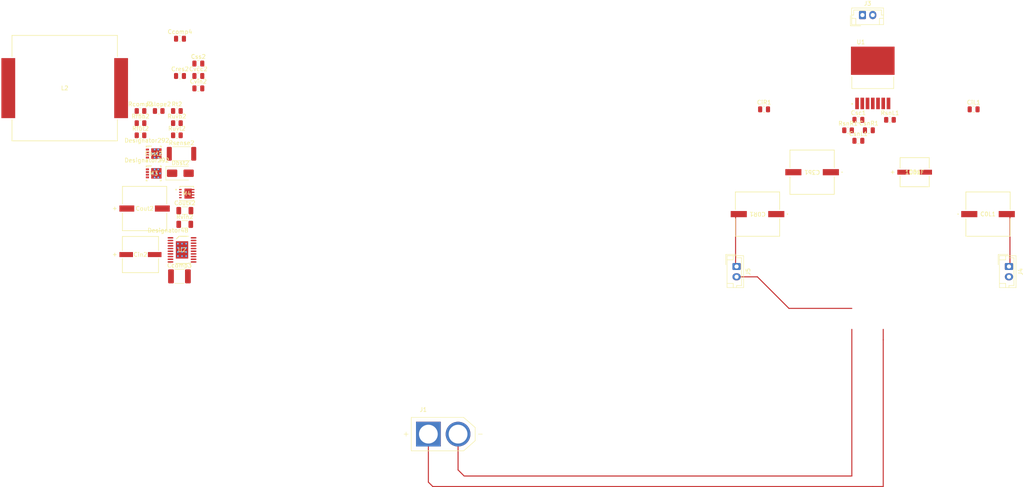
<source format=kicad_pcb>
(kicad_pcb (version 20221018) (generator pcbnew)
  (layers (0 "F.Cu" signal) (31 "B.Cu" signal) (34 "B.Paste" user) (35 "F.Paste" user) (36 "B.SilkS" user "B.Silkscreen") (37 "F.SilkS" user "F.Silkscreen") (38 "B.Mask" user) (39 "F.Mask" user) (44 "Edge.Cuts" user))
  (net 0 "")
  (net 1 "Net-(J3-Pin_1)")
  (net 2 "Net-(U1-In_A)")
  (net 3 "Net-(J3-Pin_2)")
  (net 4 "VCC")
  (net 5 "GND")
  (net 6 "Net-(U1-In_B)")
  (net 7 "Net-(U1-Bias)")
  (net 8 "Net-(U1-Out_B)")
  (net 9 "Net-(J4-Pin_1)")
  (net 10 "Net-(U1-Vcc)")
  (net 11 "Net-(U1-Out_A)")
  (net 12 "Net-(J5-Pin_1)")
  (net 13 "Net-(Dbst2-K)")
  (net 14 "Net-(M3-D1)")
  (net 15 "Net-(Ccomp3-Pad1)")
  (net 16 "Net-(U2-FB)")
  (net 17 "Net-(U2-COMP)")
  (net 18 "Net-(U2-RES)")
  (net 19 "Net-(U2-SS)")
  (net 20 "Net-(Dbst2-A)")
  (net 21 "Net-(U2-VIN)")
  (net 22 "Net-(U2-CSN)")
  (net 23 "Net-(M3-G)")
  (net 24 "Net-(M4-GATE)")
  (net 25 "Net-(U2-SLOPE)")
  (net 26 "Net-(U2-SYNCIN_RT)")
  (net 27 "Net-(U2-UVLO)")
  (net 31 "Net-(C3b1-Pad1)")
  (net 32 "Net-(CsnL1-Pad1)")
  (net 33 "Net-(CsnR1-Pad1)")
  (footprint "Artisyn_Components:CSD17309Q3" (layer "F.Cu") (at 61.885001 68.864997)
    (fp_text reference "M3" (at 0 0 unlocked) (layer "F.SilkS"))
    (fp_text value "CSD17581Q3")
    (fp_text user "Designator292" (at -1.651 -3.175 unlocked) (layer "F.SilkS"))
    (fp_line (start -1.799999 -1.799999) (end -0.549999 -1.799999) (stroke (width 0.2)) (layer "F.SilkS"))
    (fp_line (start -1.799999 -1.549999) (end -1.799999 -1.799999) (stroke (width 0.2)) (layer "F.SilkS"))
    (fp_line (start -1.799999 1.799999) (end -1.799999 1.549997) (stroke (width 0.2)) (layer "F.SilkS"))
    (fp_line (start -1.799999 1.799999) (end -1.549997 1.799999) (stroke (width 0.2)) (layer "F.SilkS"))
    (fp_line (start 1.549997 -1.799999) (end 1.799999 -1.799999) (stroke (width 0.2)) (layer "F.SilkS"))
    (fp_line (start 1.549997 1.799999) (end 1.799999 1.799999) (stroke (width 0.2)) (layer "F.SilkS"))
    (fp_line (start 1.799999 -1.549997) (end 1.799999 -1.799999) (stroke (width 0.2)) (layer "F.SilkS"))
    (fp_line (start 1.799999 1.799999) (end 1.799999 1.549997) (stroke (width 0.2)) (layer "F.SilkS"))
    (pad "1" smd rect (at -1.525001 -0.975002 90) (size 0.439999 0.750001) (layers "F.Cu" "F.Paste" "F.Mask") (net 5 "GND"))
    (pad "2" smd rect (at -1.525001 -0.325001 90) (size 0.439999 0.750001) (layers "F.Cu" "F.Paste" "F.Mask") (net 5 "GND"))
    (pad "3" smd rect (at -1.525001 0.324998 90) (size 0.439999 0.750001) (layers "F.Cu" "F.Paste" "F.Mask") (net 5 "GND"))
    (pad "4" smd rect (at -1.525001 0.974999 90) (size 0.439999 0.750001) (layers "F.Cu" "F.Paste" "F.Mask") (net 23 "Net-(M3-G)"))
    (pad "5" smd rect (at 1.525001 0.974999 90) (size 0.439999 0.750001) (layers "F.Cu" "F.Paste" "F.Mask") (net 14 "Net-(M3-D1)"))
    (pad "6" smd rect (at 1.525001 0.325001 90) (size 0.439999 0.750001) (layers "F.Cu" "F.Paste" "F.Mask") (net 14 "Net-(M3-D1)"))
    (pad "7" smd rect (at 1.525001 -0.325001 90) (size 0.439999 0.750001) (layers "F.Cu" "F.Paste" "F.Mask") (net 14 "Net-(M3-D1)"))
    (pad "8" smd rect (at 1.525001 -0.974999 90) (size 0.439999 0.750001) (layers "F.Cu" "F.Paste" "F.Mask") (net 14 "Net-(M3-D1)"))
    (pad "9" smd rect (at 0.650001 0) (size 2.5 2.55) (layers "F.Cu"))
    (pad "V" thru_hole circle (at -0.212001 0) (size 0.499999 0.499999) (drill 0.2032) (layers "*.Cu" "*.Mask"))
    (pad "V" thru_hole circle (at 0.225999 -0.974999) (size 0.499999 0.499999) (drill 0.2032) (layers "*.Cu" "*.Mask"))
    (pad "V" thru_hole circle (at 0.225999 0.974999) (size 0.499999 0.499999) (drill 0.2032) (layers "*.Cu" "*.Mask"))
    (pad "V" thru_hole circle (at 0.663999 0) (size 0.499999 0.499999) (drill 0.2032) (layers "*.Cu" "*.Mask"))
    (pad "V" thru_hole circle (at 1.101999 -0.974999) (size 0.499999 0.499999) (drill 0.2032) (layers "*.Cu" "*.Mask"))
    (pad "V" thru_hole circle (at 1.101999 0.974999) (size 0.499999 0.499999) (drill 0.2032) (layers "*.Cu" "*.Mask"))
    (pad "V" thru_hole circle (at 1.540002 0) (size 0.499999 0.499999) (drill 0.2032) (layers "*.Cu" "*.Mask"))
  )
  (footprint "Artisyn_Components:IND_R3-R_EAT" (layer "F.Cu") (at 40.3095 48.1944)
    (fp_text reference "L2" (at 0 0 unlocked) (layer "F.SilkS"))
    (fp_text value " 3.3 µH")
    (fp_line (start -12.7762 -12.7762) (end -12.7762 -7.60984) (stroke (width 0.1524)) (layer "F.SilkS"))
    (fp_line (start -12.7762 7.60984) (end -12.7762 12.7762) (stroke (width 0.1524)) (layer "F.SilkS"))
    (fp_line (start -12.7762 12.7762) (end 12.7762 12.7762) (stroke (width 0.1524)) (layer "F.SilkS"))
    (fp_line (start 12.7762 -12.7762) (end -12.7762 -12.7762) (stroke (width 0.1524)) (layer "F.SilkS"))
    (fp_line (start 12.7762 -7.60984) (end 12.7762 -12.7762) (stroke (width 0.1524)) (layer "F.SilkS"))
    (fp_line (start 12.7762 12.7762) (end 12.7762 7.60984) (stroke (width 0.1524)) (layer "F.SilkS"))
    (pad "1" smd rect (at -13.6779 0) (size 3.3528 14.5542) (layers "F.Cu" "F.Paste" "F.Mask") (net 22 "Net-(U2-CSN)"))
    (pad "2" smd rect (at 13.6779 0) (size 3.3528 14.5542) (layers "F.Cu" "F.Paste" "F.Mask") (net 14 "Net-(M3-D1)"))
  )
  (footprint "Resistor_SMD:R_0805_2012Metric" (layer "F.Cu") (at 58.69 56.69)
    (fp_text reference "Rfbb2" (at 0 -1.65) (layer "F.SilkS"))
    (fp_text value "3.65k")
    (fp_line (start -0.227064 -0.735) (end 0.227064 -0.735) (stroke (width 0.12)) (layer "F.SilkS"))
    (fp_line (start -0.227064 0.735) (end 0.227064 0.735) (stroke (width 0.12)) (layer "F.SilkS"))
    (pad "1" smd roundrect (at -0.9125 0) (size 1.025 1.4) (layers "F.Cu" "F.Paste" "F.Mask") (roundrect_rratio 0.243902) (net 16 "Net-(U2-FB)"))
    (pad "2" smd roundrect (at 0.9125 0) (size 1.025 1.4) (layers "F.Cu" "F.Paste" "F.Mask") (roundrect_rratio 0.243902) (net 5 "GND"))
  )
  (footprint "Artisyn_Components:LM512220A_L" (layer "F.Cu") (at 68.755 87.415001)
    (fp_text reference "U2" (at 0 0 unlocked) (layer "F.SilkS"))
    (fp_text value "LM5122MH/NOPB")
    (fp_text user "Designator48" (at -3.4036 -4.7244 unlocked) (layer "F.SilkS"))
    (fp_line (start -1.5 3.299998) (end 1.5 3.299998) (stroke (width 0.2)) (layer "F.SilkS"))
    (fp_line (start -1.35 -2.675001) (end -0.725 -3.300001) (stroke (width 0.2)) (layer "F.SilkS"))
    (fp_line (start -0.725 -3.300001) (end 1.5 -3.300001) (stroke (width 0.2)) (layer "F.SilkS"))
    (pad "1" smd oval (at -2.799999 -2.925 90) (size 0.349999 1.4) (layers "F.Cu" "F.Paste" "F.Mask"))
    (pad "2" smd oval (at -2.799999 -2.274999 90) (size 0.349999 1.4) (layers "F.Cu" "F.Paste" "F.Mask") (net 5 "GND"))
    (pad "3" smd oval (at -2.799999 -1.625001 90) (size 0.349999 1.4) (layers "F.Cu" "F.Paste" "F.Mask") (net 22 "Net-(U2-CSN)"))
    (pad "4" smd oval (at -2.799999 -0.974999 90) (size 0.349999 1.4) (layers "F.Cu" "F.Paste" "F.Mask") (net 4 "VCC"))
    (pad "5" smd oval (at -2.799999 -0.325001 90) (size 0.349999 1.4) (layers "F.Cu" "F.Paste" "F.Mask") (net 21 "Net-(U2-VIN)"))
    (pad "6" smd oval (at -2.799999 0.325001 90) (size 0.349999 1.4) (layers "F.Cu" "F.Paste" "F.Mask") (net 27 "Net-(U2-UVLO)"))
    (pad "7" smd oval (at -2.799999 0.974999 90) (size 0.349999 1.4) (layers "F.Cu" "F.Paste" "F.Mask") (net 19 "Net-(U2-SS)"))
    (pad "8" smd oval (at -2.799999 1.625001 90) (size 0.349999 1.4) (layers "F.Cu" "F.Paste" "F.Mask") (net 26 "Net-(U2-SYNCIN_RT)"))
    (pad "9" smd oval (at -2.799999 2.274999 90) (size 0.349999 1.4) (layers "F.Cu" "F.Paste" "F.Mask") (net 5 "GND"))
    (pad "10" smd oval (at -2.799999 2.925 90) (size 0.349999 1.4) (layers "F.Cu" "F.Paste" "F.Mask") (net 16 "Net-(U2-FB)"))
    (pad "11" smd oval (at 2.799999 2.925 90) (size 0.349999 1.4) (layers "F.Cu" "F.Paste" "F.Mask") (net 17 "Net-(U2-COMP)"))
    (pad "12" smd oval (at 2.799999 2.274999 90) (size 0.349999 1.4) (layers "F.Cu" "F.Paste" "F.Mask") (net 25 "Net-(U2-SLOPE)"))
    (pad "13" smd oval (at 2.799999 1.625001 90) (size 0.349999 1.4) (layers "F.Cu" "F.Paste" "F.Mask") (net 5 "GND"))
    (pad "14" smd oval (at 2.799999 0.974999 90) (size 0.349999 1.4) (layers "F.Cu" "F.Paste" "F.Mask") (net 18 "Net-(U2-RES)"))
    (pad "15" smd oval (at 2.799999 0.325001 90) (size 0.349999 1.4) (layers "F.Cu" "F.Paste" "F.Mask") (net 5 "GND"))
    (pad "16" smd oval (at 2.799999 -0.325001 90) (size 0.349999 1.4) (layers "F.Cu" "F.Paste" "F.Mask") (net 23 "Net-(M3-G)"))
    (pad "17" smd oval (at 2.799999 -0.974999 90) (size 0.349999 1.4) (layers "F.Cu" "F.Paste" "F.Mask") (net 20 "Net-(Dbst2-A)"))
    (pad "18" smd oval (at 2.799999 -1.625001 90) (size 0.349999 1.4) (layers "F.Cu" "F.Paste" "F.Mask") (net 14 "Net-(M3-D1)"))
    (pad "19" smd oval (at 2.799999 -2.274999 90) (size 0.349999 1.4) (layers "F.Cu" "F.Paste" "F.Mask") (net 24 "Net-(M4-GATE)"))
    (pad "20" smd oval (at 2.799999 -2.925 90) (size 0.349999 1.4) (layers "F.Cu" "F.Paste" "F.Mask") (net 13 "Net-(Dbst2-K)"))
    (pad "21" smd rect (at 0 0) (size 2.999999 4.199999) (layers "F.Cu" "F.Paste" "F.Mask"))
    (pad "V" thru_hole circle (at -1.000001 -1.500002) (size 0.499999 0.499999) (drill 0.2032) (layers "*.Cu" "*.Mask"))
    (pad "V" thru_hole circle (at -1.000001 -0.500002) (size 0.499999 0.499999) (drill 0.2032) (layers "*.Cu" "*.Mask"))
    (pad "V" thru_hole circle (at -1.000001 0.499999) (size 0.499999 0.499999) (drill 0.2032) (layers "*.Cu" "*.Mask"))
    (pad "V" thru_hole circle (at -1.000001 1.5) (size 0.499999 0.499999) (drill 0.2032) (layers "*.Cu" "*.Mask"))
    (pad "V" thru_hole circle (at 0 -1.500002) (size 0.499999 0.499999) (drill 0.2032) (layers "*.Cu" "*.Mask"))
    (pad "V" thru_hole circle (at 0 -0.500002) (size 0.499999 0.499999) (drill 0.2032) (layers "*.Cu" "*.Mask"))
    (pad "V" thru_hole circle (at 0 0.499999) (size 0.499999 0.499999) (drill 0.2032) (layers "*.Cu" "*.Mask"))
    (pad "V" thru_hole circle (at 0 1.5) (size 0.499999 0.499999) (drill 0.2032) (layers "*.Cu" "*.Mask"))
    (pad "V" thru_hole circle (at 0.999998 -1.500002) (size 0.499999 0.499999) (drill 0.2032) (layers "*.Cu" "*.Mask"))
    (pad "V" thru_hole circle (at 0.999998 -0.500002) (size 0.499999 0.499999) (drill 0.2032) (layers "*.Cu" "*.Mask"))
    (pad "V" thru_hole circle (at 0.999998 0.499999) (size 0.499999 0.499999) (drill 0.2032) (layers "*.Cu" "*.Mask"))
    (pad "V" thru_hole circle (at 0.999998 1.5) (size 0.499999 0.499999) (drill 0.2032) (layers "*.Cu" "*.Mask"))
  )
  (footprint "Resistor_SMD:R_0805_2012Metric" (layer "F.Cu") (at 67.51 53.74)
    (fp_text reference "Rt2" (at 0 -1.65) (layer "F.SilkS"))
    (fp_text value " 41.2k")
    (fp_line (start -0.227064 -0.735) (end 0.227064 -0.735) (stroke (width 0.12)) (layer "F.SilkS"))
    (fp_line (start -0.227064 0.735) (end 0.227064 0.735) (stroke (width 0.12)) (layer "F.SilkS"))
    (pad "1" smd roundrect (at -0.9125 0) (size 1.025 1.4) (layers "F.Cu" "F.Paste" "F.Mask") (roundrect_rratio 0.243902) (net 26 "Net-(U2-SYNCIN_RT)"))
    (pad "2" smd roundrect (at 0.9125 0) (size 1.025 1.4) (layers "F.Cu" "F.Paste" "F.Mask") (roundrect_rratio 0.243902) (net 5 "GND"))
  )
  (footprint "Artisyn_Components:Audio_1000uF" (layer "F.Cu") (at 208.28 78.74 180)
    (fp_text reference "C0R1" (at 0 0 180 unlocked) (layer "F.SilkS"))
    (fp_text value "1000uF")
    (fp_line (start -5.3721 -5.3721) (end -5.3721 -1.08204) (stroke (width 0.1524)) (layer "F.SilkS"))
    (fp_line (start -5.3721 1.08204) (end -5.3721 5.3721) (stroke (width 0.1524)) (layer "F.SilkS"))
    (fp_line (start -5.3721 5.3721) (end 5.3721 5.3721) (stroke (width 0.1524)) (layer "F.SilkS"))
    (fp_line (start 5.3721 -5.3721) (end -5.3721 -5.3721) (stroke (width 0.1524)) (layer "F.SilkS"))
    (fp_line (start 5.3721 -1.08204) (end 5.3721 -5.3721) (stroke (width 0.1524)) (layer "F.SilkS"))
    (fp_line (start 5.3721 5.3721) (end 5.3721 1.08204) (stroke (width 0.1524)) (layer "F.SilkS"))
    (fp_circle (center -7.2644 0) (end -7.1882 0) (stroke (width 0.1524)) (fill none) (layer "F.SilkS"))
    (pad "1" smd rect (at -4.5466 0 180) (size 3.9116 1.4986) (layers "F.Cu" "F.Paste" "F.Mask") (net 11 "Net-(U1-Out_A)"))
    (pad "2" smd rect (at 4.5466 0 180) (size 3.9116 1.4986) (layers "F.Cu" "F.Paste" "F.Mask") (net 12 "Net-(J5-Pin_1)"))
  )
  (footprint "Resistor_SMD:R_0805_2012Metric" (layer "F.Cu") (at 240.3875 55.88)
    (fp_text reference "RsnL1" (at 0 -1.65) (layer "F.SilkS"))
    (fp_text value "2.7")
    (fp_line (start -0.227064 -0.735) (end 0.227064 -0.735) (stroke (width 0.12)) (layer "F.SilkS"))
    (fp_line (start -0.227064 0.735) (end 0.227064 0.735) (stroke (width 0.12)) (layer "F.SilkS"))
    (pad "1" smd roundrect (at -0.9125 0) (size 1.025 1.4) (layers "F.Cu" "F.Paste" "F.Mask") (roundrect_rratio 0.243902) (net 8 "Net-(U1-Out_B)"))
    (pad "2" smd roundrect (at 0.9125 0) (size 1.025 1.4) (layers "F.Cu" "F.Paste" "F.Mask") (roundrect_rratio 0.243902) (net 32 "Net-(CsnL1-Pad1)"))
  )
  (footprint "Connector_JST:JST_EH_B2B-EH-A_1x02_P2.50mm_Vertical" (layer "F.Cu") (at 203.2 91.44 -90)
    (fp_text reference "J5" (at 1.25 -2.8 90) (layer "F.SilkS"))
    (fp_text value "To_Speaker_R")
    (fp_line (start -2.91 0.11) (end -2.91 2.61) (stroke (width 0.12)) (layer "F.SilkS"))
    (fp_line (start -2.91 2.61) (end -0.41 2.61) (stroke (width 0.12)) (layer "F.SilkS"))
    (fp_line (start -2.61 -1.71) (end -2.61 2.31) (stroke (width 0.12)) (layer "F.SilkS"))
    (fp_line (start -2.61 0) (end -2.11 0) (stroke (width 0.12)) (layer "F.SilkS"))
    (fp_line (start -2.61 0.81) (end -1.61 0.81) (stroke (width 0.12)) (layer "F.SilkS"))
    (fp_line (start -2.61 2.31) (end 5.11 2.31) (stroke (width 0.12)) (layer "F.SilkS"))
    (fp_line (start -2.11 -1.21) (end 4.61 -1.21) (stroke (width 0.12)) (layer "F.SilkS"))
    (fp_line (start -2.11 0) (end -2.11 -1.21) (stroke (width 0.12)) (layer "F.SilkS"))
    (fp_line (start -1.61 0.81) (end -1.61 2.31) (stroke (width 0.12)) (layer "F.SilkS"))
    (fp_line (start 4.11 0.81) (end 4.11 2.31) (stroke (width 0.12)) (layer "F.SilkS"))
    (fp_line (start 4.61 -1.21) (end 4.61 0) (stroke (width 0.12)) (layer "F.SilkS"))
    (fp_line (start 4.61 0) (end 5.11 0) (stroke (width 0.12)) (layer "F.SilkS"))
    (fp_line (start 5.11 -1.71) (end -2.61 -1.71) (stroke (width 0.12)) (layer "F.SilkS"))
    (fp_line (start 5.11 0.81) (end 4.11 0.81) (stroke (width 0.12)) (layer "F.SilkS"))
    (fp_line (start 5.11 2.31) (end 5.11 -1.71) (stroke (width 0.12)) (layer "F.SilkS"))
    (pad "1" thru_hole roundrect (at 0 0 270) (size 1.7 2) (drill 1) (layers "*.Cu" "*.Mask") (roundrect_rratio 0.147059) (net 12 "Net-(J5-Pin_1)"))
    (pad "2" thru_hole oval (at 2.5 0 270) (size 1.7 2) (drill 1) (layers "*.Cu" "*.Mask") (net 5 "GND"))
  )
  (footprint "Capacitor_SMD:C_0805_2012Metric" (layer "F.Cu") (at 68.26 36.22)
    (fp_text reference "Ccomp4" (at 0 -1.68) (layer "F.SilkS"))
    (fp_text value " 1.0 nF")
    (fp_line (start -0.261252 -0.735) (end 0.261252 -0.735) (stroke (width 0.12)) (layer "F.SilkS"))
    (fp_line (start -0.261252 0.735) (end 0.261252 0.735) (stroke (width 0.12)) (layer "F.SilkS"))
    (pad "1" smd roundrect (at -0.95 0) (size 1 1.45) (layers "F.Cu" "F.Paste" "F.Mask") (net 17 "Net-(U2-COMP)"))
    (pad "2" smd roundrect (at 0.95 0) (size 1 1.45) (layers "F.Cu" "F.Paste" "F.Mask") (net 16 "Net-(U2-FB)"))
  )
  (footprint "Capacitor_SMD:C_0805_2012Metric" (layer "F.Cu") (at 235.27 58.42)
    (fp_text reference "CsnR1" (at 0 -1.68) (layer "F.SilkS"))
    (fp_text value ".1uF")
    (fp_line (start -0.261252 -0.735) (end 0.261252 -0.735) (stroke (width 0.12)) (layer "F.SilkS"))
    (fp_line (start -0.261252 0.735) (end 0.261252 0.735) (stroke (width 0.12)) (layer "F.SilkS"))
    (pad "1" smd roundrect (at -0.95 0) (size 1 1.45) (layers "F.Cu" "F.Paste" "F.Mask") (net 33 "Net-(CsnR1-Pad1)"))
    (pad "2" smd roundrect (at 0.95 0) (size 1 1.45) (layers "F.Cu" "F.Paste" "F.Mask") (net 5 "GND"))
  )
  (footprint "Artisyn_Components:Audio_1000uF" (layer "F.Cu") (at 221.5134 68.58 180)
    (fp_text reference "C3b1" (at 0 0 180 unlocked) (layer "F.SilkS"))
    (fp_text value "1000uF")
    (fp_line (start -5.3721 -5.3721) (end -5.3721 -1.08204) (stroke (width 0.1524)) (layer "F.SilkS"))
    (fp_line (start -5.3721 1.08204) (end -5.3721 5.3721) (stroke (width 0.1524)) (layer "F.SilkS"))
    (fp_line (start -5.3721 5.3721) (end 5.3721 5.3721) (stroke (width 0.1524)) (layer "F.SilkS"))
    (fp_line (start 5.3721 -5.3721) (end -5.3721 -5.3721) (stroke (width 0.1524)) (layer "F.SilkS"))
    (fp_line (start 5.3721 -1.08204) (end 5.3721 -5.3721) (stroke (width 0.1524)) (layer "F.SilkS"))
    (fp_line (start 5.3721 5.3721) (end 5.3721 1.08204) (stroke (width 0.1524)) (layer "F.SilkS"))
    (fp_circle (center -7.2644 0) (end -7.1882 0) (stroke (width 0.1524)) (fill none) (layer "F.SilkS"))
    (pad "1" smd rect (at -4.5466 0 180) (size 3.9116 1.4986) (layers "F.Cu" "F.Paste" "F.Mask") (net 31 "Net-(C3b1-Pad1)"))
    (pad "2" smd rect (at 4.5466 0 180) (size 3.9116 1.4986) (layers "F.Cu" "F.Paste" "F.Mask") (net 5 "GND"))
  )
  (footprint "Artisyn_Components:PCAP_SVP_E7_PAN" (layer "F.Cu") (at 58.6752 88.5497)
    (fp_text reference "Cin2" (at 0 0 unlocked) (layer "F.SilkS"))
    (fp_text value "270uF")
    (fp_line (start -6.223 -0.381) (end -6.223 0.381) (stroke (width 0.1524)) (layer "F.SilkS"))
    (fp_line (start -5.842 0) (end -6.604 0) (stroke (width 0.1524)) (layer "F.SilkS"))
    (fp_line (start -4.3815 -4.3815) (end -4.3815 -0.94234) (stroke (width 0.1524)) (layer "F.SilkS"))
    (fp_line (start -4.3815 0.94234) (end -4.3815 4.3815) (stroke (width 0.1524)) (layer "F.SilkS"))
    (fp_line (start -4.3815 4.3815) (end 4.3815 4.3815) (stroke (width 0.1524)) (layer "F.SilkS"))
    (fp_line (start 4.3815 -4.3815) (end -4.3815 -4.3815) (stroke (width 0.1524)) (layer "F.SilkS"))
    (fp_line (start 4.3815 -0.94234) (end 4.3815 -4.3815) (stroke (width 0.1524)) (layer "F.SilkS"))
    (fp_line (start 4.3815 4.3815) (end 4.3815 0.94234) (stroke (width 0.1524)) (layer "F.SilkS"))
    (pad "1" smd rect (at -3.4544 0) (size 3.302 1.2192) (layers "F.Cu" "F.Paste" "F.Mask") (net 4 "VCC"))
    (pad "2" smd rect (at 3.4544 0) (size 3.302 1.2192) (layers "F.Cu" "F.Paste" "F.Mask") (net 5 "GND"))
  )
  (footprint "Capacitor_SMD:C_0805_2012Metric" (layer "F.Cu") (at 72.71 45.25)
    (fp_text reference "Cvcc2" (at 0 -1.68) (layer "F.SilkS"))
    (fp_text value "10.0 uF")
    (fp_line (start -0.261252 -0.735) (end 0.261252 -0.735) (stroke (width 0.12)) (layer "F.SilkS"))
    (fp_line (start -0.261252 0.735) (end 0.261252 0.735) (stroke (width 0.12)) (layer "F.SilkS"))
    (pad "1" smd roundrect (at -0.95 0) (size 1 1.45) (layers "F.Cu" "F.Paste" "F.Mask") (net 5 "GND"))
    (pad "2" smd roundrect (at 0.95 0) (size 1 1.45) (layers "F.Cu" "F.Paste" "F.Mask") (net 20 "Net-(Dbst2-A)"))
  )
  (footprint "Artisyn_Components:AMASS_XT60-M" (layer "F.Cu") (at 132.08 132.08)
    (fp_text reference "J1" (at -4.825 -5.935) (layer "F.SilkS"))
    (fp_text value "XT60-M")
    (fp_line (start -9.5 0) (end -8.5 0) (stroke (width 0.127)) (layer "F.SilkS"))
    (fp_line (start -9 -0.5) (end -9 0.5) (stroke (width 0.127)) (layer "F.SilkS"))
    (fp_line (start -7.75 -4.05) (end 4.95 -4.05) (stroke (width 0.127)) (layer "F.SilkS"))
    (fp_line (start -7.75 4.05) (end -7.75 -4.05) (stroke (width 0.127)) (layer "F.SilkS"))
    (fp_line (start 4.95 -4.05) (end 7.75 -1.6) (stroke (width 0.127)) (layer "F.SilkS"))
    (fp_line (start 4.95 4.05) (end -7.75 4.05) (stroke (width 0.127)) (layer "F.SilkS"))
    (fp_line (start 7.75 -1.6) (end 7.75 1.6) (stroke (width 0.127)) (layer "F.SilkS"))
    (fp_line (start 7.75 1.6) (end 4.95 4.05) (stroke (width 0.127)) (layer "F.SilkS"))
    (fp_line (start 8.5 0) (end 9.5 0) (stroke (width 0.127)) (layer "F.SilkS"))
    (pad "N" thru_hole circle (at 3.6 0) (size 6 6) (drill 4.55) (layers "*.Cu" "*.Mask") (net 5 "GND"))
    (pad "P" thru_hole rect (at -3.6 0) (size 6 6) (drill 4.55) (layers "*.Cu" "*.Mask") (net 4 "VCC"))
  )
  (footprint "Capacitor_SMD:C_0805_2012Metric" (layer "F.Cu") (at 232.73 55.88)
    (fp_text reference "Csc1" (at 0 -1.68) (layer "F.SilkS"))
    (fp_text value "C")
    (fp_line (start -0.261252 -0.735) (end 0.261252 -0.735) (stroke (width 0.12)) (layer "F.SilkS"))
    (fp_line (start -0.261252 0.735) (end 0.261252 0.735) (stroke (width 0.12)) (layer "F.SilkS"))
    (pad "1" smd roundrect (at -0.95 0) (size 1 1.45) (layers "F.Cu" "F.Paste" "F.Mask") (net 10 "Net-(U1-Vcc)"))
    (pad "2" smd roundrect (at 0.95 0) (size 1 1.45) (layers "F.Cu" "F.Paste" "F.Mask") (net 31 "Net-(C3b1-Pad1)"))
  )
  (footprint "Artisyn_Components:CSD17309Q3A" (layer "F.Cu") (at 69.9044 73.7708)
    (fp_text reference "M4" (at 0 0 unlocked) (layer "F.SilkS"))
    (fp_text value "CSD17581Q3A")
    (fp_poly (pts (xy -0.558 -1.2192) (xy 1.22 -1.2192) (xy 1.219799 -1.127399) (xy 1.854799 -1.127399) (xy 1.854799 -0.822599) (xy 1.219799 -0.822599) (xy 1.219799 -0.477401) (xy 1.854799 -0.477401) (xy 1.854799 -0.172601) (xy 1.219799 -0.172601) (xy 1.219799 0.172601) (xy 1.854799 0.172601) (xy 1.854799 0.477401) (xy 1.219799 0.477401) (xy 1.219799 0.822599) (xy 1.854799 0.822599) (xy 1.854799 1.127399) (xy 1.219799 1.127399) (xy 1.22 1.2192) (xy -0.558 1.2192)) (fill solid) (layer "F.Cu"))
    (fp_line (start -1.6764 -1.7526) (end -1.6764 -1.460139) (stroke (width 0.1524)) (layer "F.SilkS"))
    (fp_line (start -1.6764 1.460139) (end -1.6764 1.7526) (stroke (width 0.1524)) (layer "F.SilkS"))
    (fp_line (start -1.6764 1.7526) (end 1.6764 1.7526) (stroke (width 0.1524)) (layer "F.SilkS"))
    (fp_line (start 1.6764 -1.7526) (end -1.6764 -1.7526) (stroke (width 0.1524)) (layer "F.SilkS"))
    (fp_line (start 1.6764 -1.460139) (end 1.6764 -1.7526) (stroke (width 0.1524)) (layer "F.SilkS"))
    (fp_line (start 1.6764 1.7526) (end 1.6764 1.460139) (stroke (width 0.1524)) (layer "F.SilkS"))
    (fp_circle (center -2.5862 -0.975) (end -2.4592 -0.975) (stroke (width 0.1524)) (fill none) (layer "F.SilkS"))
    (pad "1" smd rect (at -1.549999 -0.974999) (size 0.6096 0.3048) (layers "F.Cu" "F.Paste" "F.Mask") (net 14 "Net-(M3-D1)"))
    (pad "2" smd rect (at -1.549999 -0.325001) (size 0.6096 0.3048) (layers "F.Cu" "F.Paste" "F.Mask") (net 14 "Net-(M3-D1)"))
    (pad "3" smd rect (at -1.549999 0.325001) (size 0.6096 0.3048) (layers "F.Cu" "F.Paste" "F.Mask") (net 14 "Net-(M3-D1)"))
    (pad "4" smd rect (at -1.549999 0.974999) (size 0.6096 0.3048) (layers "F.Cu" "F.Paste" "F.Mask") (net 24 "Net-(M4-GATE)"))
    (pad "5" smd rect (at 1.549999 0.974999) (size 0.127 0.127) (layers "F.Cu" "F.Paste" "F.Mask") (net 10 "Net-(U1-Vcc)"))
    (pad "6" smd rect (at 1.549999 0.325001) (size 0.127 0.127) (layers "F.Cu" "F.Paste" "F.Mask") (net 10 "Net-(U1-Vcc)"))
    (pad "7" smd rect (at 1.549999 -0.325001) (size 0.127 0.127) (layers "F.Cu" "F.Paste" "F.Mask") (net 10 "Net-(U1-Vcc)"))
    (pad "8" smd rect (at 1.549999 -0.974999) (size 0.127 0.127) (layers "F.Cu" "F.Paste" "F.Mask") (net 10 "Net-(U1-Vcc)"))
    (pad "9" smd rect (at 0.331 0) (size 0.127 0.127) (layers "F.Cu" "F.Paste" "F.Mask") (net 10 "Net-(U1-Vcc)"))
  )
  (footprint "Resistor_SMD:R_0805_2012Metric" (layer "F.Cu") (at 63.1 53.74)
    (fp_text reference "Rslope2" (at 0 -1.65) (layer "F.SilkS"))
    (fp_text value " 150.0k")
    (fp_line (start -0.227064 -0.735) (end 0.227064 -0.735) (stroke (width 0.12)) (layer "F.SilkS"))
    (fp_line (start -0.227064 0.735) (end 0.227064 0.735) (stroke (width 0.12)) (layer "F.SilkS"))
    (pad "1" smd roundrect (at -0.9125 0) (size 1.025 1.4) (layers "F.Cu" "F.Paste" "F.Mask") (roundrect_rratio 0.243902) (net 25 "Net-(U2-SLOPE)"))
    (pad "2" smd roundrect (at 0.9125 0) (size 1.025 1.4) (layers "F.Cu" "F.Paste" "F.Mask") (roundrect_rratio 0.243902) (net 5 "GND"))
  )
  (footprint "Capacitor_SMD:C_0805_2012Metric" (layer "F.Cu") (at 72.71 48.26)
    (fp_text reference "Cvin2" (at 0 -1.68) (layer "F.SilkS"))
    (fp_text value " 470.0 nF")
    (fp_line (start -0.261252 -0.735) (end 0.261252 -0.735) (stroke (width 0.12)) (layer "F.SilkS"))
    (fp_line (start -0.261252 0.735) (end 0.261252 0.735) (stroke (width 0.12)) (layer "F.SilkS"))
    (pad "1" smd roundrect (at -0.95 0) (size 1 1.45) (layers "F.Cu" "F.Paste" "F.Mask") (net 21 "Net-(U2-VIN)"))
    (pad "2" smd roundrect (at 0.95 0) (size 1 1.45) (layers "F.Cu" "F.Paste" "F.Mask") (net 5 "GND"))
  )
  (footprint "Capacitor_SMD:C_0805_2012Metric" (layer "F.Cu") (at 72.71 42.24)
    (fp_text reference "Css2" (at 0 -1.68) (layer "F.SilkS"))
    (fp_text value " 33.0 nF")
    (fp_line (start -0.261252 -0.735) (end 0.261252 -0.735) (stroke (width 0.12)) (layer "F.SilkS"))
    (fp_line (start -0.261252 0.735) (end 0.261252 0.735) (stroke (width 0.12)) (layer "F.SilkS"))
    (pad "1" smd roundrect (at -0.95 0) (size 1 1.45) (layers "F.Cu" "F.Paste" "F.Mask") (net 19 "Net-(U2-SS)"))
    (pad "2" smd roundrect (at 0.95 0) (size 1 1.45) (layers "F.Cu" "F.Paste" "F.Mask") (net 5 "GND"))
  )
  (footprint "Artisyn_Components:PCAP_SVP_F12_PAN" (layer "F.Cu") (at 59.6785 77.3903)
    (fp_text reference "Cout2" (at 0 0 unlocked) (layer "F.SilkS"))
    (fp_text value "560.0 uF")
    (fp_line (start -7.2263 -0.381) (end -7.2263 0.381) (stroke (width 0.1524)) (layer "F.SilkS"))
    (fp_line (start -6.8453 0) (end -7.6073 0) (stroke (width 0.1524)) (layer "F.SilkS"))
    (fp_line (start -5.3721 -5.3721) (end -5.3721 -1.08204) (stroke (width 0.1524)) (layer "F.SilkS"))
    (fp_line (start -5.3721 1.08204) (end -5.3721 5.3721) (stroke (width 0.1524)) (layer "F.SilkS"))
    (fp_line (start -5.3721 5.3721) (end 5.3721 5.3721) (stroke (width 0.1524)) (layer "F.SilkS"))
    (fp_line (start 5.3721 -5.3721) (end -5.3721 -5.3721) (stroke (width 0.1524)) (layer "F.SilkS"))
    (fp_line (start 5.3721 -1.08204) (end 5.3721 -5.3721) (stroke (width 0.1524)) (layer "F.SilkS"))
    (fp_line (start 5.3721 5.3721) (end 5.3721 1.08204) (stroke (width 0.1524)) (layer "F.SilkS"))
    (pad "1" smd rect (at -4.3053 0) (size 3.6068 1.4986) (layers "F.Cu" "F.Paste" "F.Mask") (net 10 "Net-(U1-Vcc)"))
    (pad "2" smd rect (at 4.3053 0) (size 3.6068 1.4986) (layers "F.Cu" "F.Paste" "F.Mask") (net 5 "GND"))
  )
  (footprint "Capacitor_SMD:C_0805_2012Metric" (layer "F.Cu") (at 209.87 53.34)
    (fp_text reference "CiR1" (at 0 -1.68) (layer "F.SilkS"))
    (fp_text value ".1uF")
    (fp_line (start -0.261252 -0.735) (end 0.261252 -0.735) (stroke (width 0.12)) (layer "F.SilkS"))
    (fp_line (start -0.261252 0.735) (end 0.261252 0.735) (stroke (width 0.12)) (layer "F.SilkS"))
    (pad "1" smd roundrect (at -0.95 0) (size 1 1.45) (layers "F.Cu" "F.Paste" "F.Mask") (net 1 "Net-(J3-Pin_1)"))
    (pad "2" smd roundrect (at 0.95 0) (size 1 1.45) (layers "F.Cu" "F.Paste" "F.Mask") (net 2 "Net-(U1-In_A)"))
  )
  (footprint "Diode_SMD:D_SMA" (layer "F.Cu") (at 68.355 68.83)
    (fp_text reference "Dbst2" (at 0 -2.5) (layer "F.SilkS"))
    (fp_text value "D_Schottky")
    (fp_line (start -3.51 -1.65) (end -3.51 1.65) (stroke (width 0.12)) (layer "F.SilkS"))
    (fp_line (start -3.51 -1.65) (end 2 -1.65) (stroke (width 0.12)) (layer "F.SilkS"))
    (fp_line (start -3.51 1.65) (end 2 1.65) (stroke (width 0.12)) (layer "F.SilkS"))
    (pad "1" smd roundrect (at -2 0) (size 2.5 1.8) (layers "F.Cu" "F.Paste" "F.Mask") (roundrect_rratio 0.1388888889) (net 13 "Net-(Dbst2-K)"))
    (pad "2" smd roundrect (at 2 0) (size 2.5 1.8) (layers "F.Cu" "F.Paste" "F.Mask") (roundrect_rratio 0.1388888889) (net 20 "Net-(Dbst2-A)"))
  )
  (footprint "Artisyn_Components:Audio_1000uF" (layer "F.Cu") (at 264.16 78.74)
    (fp_text reference "C0L1" (at 0 0 unlocked) (layer "F.SilkS"))
    (fp_text value "1000uF")
    (fp_line (start -5.3721 -5.3721) (end -5.3721 -1.08204) (stroke (width 0.1524)) (layer "F.SilkS"))
    (fp_line (start -5.3721 1.08204) (end -5.3721 5.3721) (stroke (width 0.1524)) (layer "F.SilkS"))
    (fp_line (start -5.3721 5.3721) (end 5.3721 5.3721) (stroke (width 0.1524)) (layer "F.SilkS"))
    (fp_line (start 5.3721 -5.3721) (end -5.3721 -5.3721) (stroke (width 0.1524)) (layer "F.SilkS"))
    (fp_line (start 5.3721 -1.08204) (end 5.3721 -5.3721) (stroke (width 0.1524)) (layer "F.SilkS"))
    (fp_line (start 5.3721 5.3721) (end 5.3721 1.08204) (stroke (width 0.1524)) (layer "F.SilkS"))
    (fp_circle (center -7.2644 0) (end -7.1882 0) (stroke (width 0.1524)) (fill none) (layer "F.SilkS"))
    (pad "1" smd rect (at -4.5466 0) (size 3.9116 1.4986) (layers "F.Cu" "F.Paste" "F.Mask") (net 8 "Net-(U1-Out_B)"))
    (pad "2" smd rect (at 4.5466 0) (size 3.9116 1.4986) (layers "F.Cu" "F.Paste" "F.Mask") (net 9 "Net-(J4-Pin_1)"))
  )
  (footprint "Resistor_SMD:R_0805_2012Metric" (layer "F.Cu") (at 67.51 59.64)
    (fp_text reference "Ruvt2" (at 0 -1.65) (layer "F.SilkS"))
    (fp_text value "49.9k")
    (fp_line (start -0.227064 -0.735) (end 0.227064 -0.735) (stroke (width 0.12)) (layer "F.SilkS"))
    (fp_line (start -0.227064 0.735) (end 0.227064 0.735) (stroke (width 0.12)) (layer "F.SilkS"))
    (pad "1" smd roundrect (at -0.9125 0) (size 1.025 1.4) (layers "F.Cu" "F.Paste" "F.Mask") (roundrect_rratio 0.243902) (net 4 "VCC"))
    (pad "2" smd roundrect (at 0.9125 0) (size 1.025 1.4) (layers "F.Cu" "F.Paste" "F.Mask") (roundrect_rratio 0.243902) (net 27 "Net-(U2-UVLO)"))
  )
  (footprint "Resistor_SMD:R_0805_2012Metric" (layer "F.Cu") (at 58.69 53.74)
    (fp_text reference "Rcomp2" (at 0 -1.65) (layer "F.SilkS"))
    (fp_text value " 23.7k")
    (fp_line (start -0.227064 -0.735) (end 0.227064 -0.735) (stroke (width 0.12)) (layer "F.SilkS"))
    (fp_line (start -0.227064 0.735) (end 0.227064 0.735) (stroke (width 0.12)) (layer "F.SilkS"))
    (pad "1" smd roundrect (at -0.9125 0) (size 1.025 1.4) (layers "F.Cu" "F.Paste" "F.Mask") (roundrect_rratio 0.243902) (net 17 "Net-(U2-COMP)"))
    (pad "2" smd roundrect (at 0.9125 0) (size 1.025 1.4) (layers "F.Cu" "F.Paste" "F.Mask") (roundrect_rratio 0.243902) (net 15 "Net-(Ccomp3-Pad1)"))
  )
  (footprint "Artisyn_Components:LM4752" (layer "F.Cu") (at 236.22 45.72)
    (fp_text reference "U1" (at -2.885 -8.675) (layer "F.SilkS"))
    (fp_text value "LM4752TS")
    (fp_line (start -5.08 -0.3) (end -5.08 2.575) (stroke (width 0.127)) (layer "F.SilkS"))
    (fp_line (start -5.08 2.575) (end 5.08 2.575) (stroke (width 0.127)) (layer "F.SilkS"))
    (fp_line (start 5.08 2.575) (end 5.08 -0.3) (stroke (width 0.127)) (layer "F.SilkS"))
    (fp_circle (center -5 6.3) (end -4.9 6.3) (stroke (width 0.2)) (fill none) (layer "F.SilkS"))
    (pad "1" smd rect (at -3.81 6.19) (size 0.89 2.79) (layers "F.Cu" "F.Paste" "F.Mask") (net 8 "Net-(U1-Out_B)"))
    (pad "2" smd rect (at -2.54 6.19) (size 0.89 2.79) (layers "F.Cu" "F.Paste" "F.Mask") (net 6 "Net-(U1-In_B)"))
    (pad "3" smd rect (at -1.27 6.19) (size 0.89 2.79) (layers "F.Cu" "F.Paste" "F.Mask") (net 10 "Net-(U1-Vcc)"))
    (pad "4" smd rect (at 0 6.19) (size 0.89 2.79) (layers "F.Cu" "F.Paste" "F.Mask") (net 5 "GND"))
    (pad "5" smd rect (at 1.27 6.19) (size 0.89 2.79) (layers "F.Cu" "F.Paste" "F.Mask") (net 7 "Net-(U1-Bias)"))
    (pad "6" smd rect (at 2.54 6.19) (size 0.89 2.79) (layers "F.Cu" "F.Paste" "F.Mask") (net 2 "Net-(U1-In_A)"))
    (pad "7" smd rect (at 3.81 6.19) (size 0.89 2.79) (layers "F.Cu" "F.Paste" "F.Mask") (net 11 "Net-(U1-Out_A)"))
    (pad "8" smd rect (at 0 -4.16) (size 10.58 6.84) (layers "F.Cu" "F.Mask"))
  )
  (footprint "Connector_JST:JST_EH_B2B-EH-A_1x02_P2.50mm_Vertical" (layer "F.Cu") (at 269.24 91.44 -90)
    (fp_text reference "J4" (at 1.25 -2.8 90) (layer "F.SilkS"))
    (fp_text value "To_Speaker_L")
    (fp_line (start -2.91 0.11) (end -2.91 2.61) (stroke (width 0.12)) (layer "F.SilkS"))
    (fp_line (start -2.91 2.61) (end -0.41 2.61) (stroke (width 0.12)) (layer "F.SilkS"))
    (fp_line (start -2.61 -1.71) (end -2.61 2.31) (stroke (width 0.12)) (layer "F.SilkS"))
    (fp_line (start -2.61 0) (end -2.11 0) (stroke (width 0.12)) (layer "F.SilkS"))
    (fp_line (start -2.61 0.81) (end -1.61 0.81) (stroke (width 0.12)) (layer "F.SilkS"))
    (fp_line (start -2.61 2.31) (end 5.11 2.31) (stroke (width 0.12)) (layer "F.SilkS"))
    (fp_line (start -2.11 -1.21) (end 4.61 -1.21) (stroke (width 0.12)) (layer "F.SilkS"))
    (fp_line (start -2.11 0) (end -2.11 -1.21) (stroke (width 0.12)) (layer "F.SilkS"))
    (fp_line (start -1.61 0.81) (end -1.61 2.31) (stroke (width 0.12)) (layer "F.SilkS"))
    (fp_line (start 4.11 0.81) (end 4.11 2.31) (stroke (width 0.12)) (layer "F.SilkS"))
    (fp_line (start 4.61 -1.21) (end 4.61 0) (stroke (width 0.12)) (layer "F.SilkS"))
    (fp_line (start 4.61 0) (end 5.11 0) (stroke (width 0.12)) (layer "F.SilkS"))
    (fp_line (start 5.11 -1.71) (end -2.61 -1.71) (stroke (width 0.12)) (layer "F.SilkS"))
    (fp_line (start 5.11 0.81) (end 4.11 0.81) (stroke (width 0.12)) (layer "F.SilkS"))
    (fp_line (start 5.11 2.31) (end 5.11 -1.71) (stroke (width 0.12)) (layer "F.SilkS"))
    (pad "1" thru_hole roundrect (at 0 0 270) (size 1.7 2) (drill 1) (layers "*.Cu" "*.Mask") (roundrect_rratio 0.147059) (net 9 "Net-(J4-Pin_1)"))
    (pad "2" thru_hole oval (at 2.5 0 270) (size 1.7 2) (drill 1) (layers "*.Cu" "*.Mask") (net 5 "GND"))
  )
  (footprint "Resistor_SMD:R_0805_2012Metric" (layer "F.Cu") (at 67.51 56.69)
    (fp_text reference "Ruvb2" (at 0 -1.65) (layer "F.SilkS"))
    (fp_text value "19.1k")
    (fp_line (start -0.227064 -0.735) (end 0.227064 -0.735) (stroke (width 0.12)) (layer "F.SilkS"))
    (fp_line (start -0.227064 0.735) (end 0.227064 0.735) (stroke (width 0.12)) (layer "F.SilkS"))
    (pad "1" smd roundrect (at -0.9125 0) (size 1.025 1.4) (layers "F.Cu" "F.Paste" "F.Mask") (roundrect_rratio 0.243902) (net 27 "Net-(U2-UVLO)"))
    (pad "2" smd roundrect (at 0.9125 0) (size 1.025 1.4) (layers "F.Cu" "F.Paste" "F.Mask") (roundrect_rratio 0.243902) (net 5 "GND"))
  )
  (footprint "Resistor_SMD:R_0805_2012Metric" (layer "F.Cu") (at 230.2275 58.42)
    (fp_text reference "RsnR1" (at 0 -1.65) (layer "F.SilkS"))
    (fp_text value "2.7")
    (fp_line (start -0.227064 -0.735) (end 0.227064 -0.735) (stroke (width 0.12)) (layer "F.SilkS"))
    (fp_line (start -0.227064 0.735) (end 0.227064 0.735) (stroke (width 0.12)) (layer "F.SilkS"))
    (pad "1" smd roundrect (at -0.9125 0) (size 1.025 1.4) (layers "F.Cu" "F.Paste" "F.Mask") (roundrect_rratio 0.243902) (net 11 "Net-(U1-Out_A)"))
    (pad "2" smd roundrect (at 0.9125 0) (size 1.025 1.4) (layers "F.Cu" "F.Paste" "F.Mask") (roundrect_rratio 0.243902) (net 33 "Net-(CsnR1-Pad1)"))
  )
  (footprint "Resistor_SMD:R_0805_2012Metric" (layer "F.Cu") (at 58.69 59.64)
    (fp_text reference "Rfbt2" (at 0 -1.65) (layer "F.SilkS"))
    (fp_text value " 39.0k")
    (fp_line (start -0.227064 -0.735) (end 0.227064 -0.735) (stroke (width 0.12)) (layer "F.SilkS"))
    (fp_line (start -0.227064 0.735) (end 0.227064 0.735) (stroke (width 0.12)) (layer "F.SilkS"))
    (pad "1" smd roundrect (at -0.9125 0) (size 1.025 1.4) (layers "F.Cu" "F.Paste" "F.Mask") (roundrect_rratio 0.243902) (net 10 "Net-(U1-Vcc)"))
    (pad "2" smd roundrect (at 0.9125 0) (size 1.025 1.4) (layers "F.Cu" "F.Paste" "F.Mask") (roundrect_rratio 0.243902) (net 16 "Net-(U2-FB)"))
  )
  (footprint "Artisyn_Components:CSD17309Q3" (layer "F.Cu") (at 61.885001 64.064999)
    (fp_text reference "Cbst2" (at 0 0 unlocked) (layer "F.SilkS"))
    (fp_text value "470.0 nF")
    (fp_text user "Designator292" (at -1.651 -3.175 unlocked) (layer "F.SilkS"))
    (fp_line (start -1.799999 -1.799999) (end -0.549999 -1.799999) (stroke (width 0.2)) (layer "F.SilkS"))
    (fp_line (start -1.799999 -1.549999) (end -1.799999 -1.799999) (stroke (width 0.2)) (layer "F.SilkS"))
    (fp_line (start -1.799999 1.799999) (end -1.799999 1.549997) (stroke (width 0.2)) (layer "F.SilkS"))
    (fp_line (start -1.799999 1.799999) (end -1.549997 1.799999) (stroke (width 0.2)) (layer "F.SilkS"))
    (fp_line (start 1.549997 -1.799999) (end 1.799999 -1.799999) (stroke (width 0.2)) (layer "F.SilkS"))
    (fp_line (start 1.549997 1.799999) (end 1.799999 1.799999) (stroke (width 0.2)) (layer "F.SilkS"))
    (fp_line (start 1.799999 -1.549997) (end 1.799999 -1.799999) (stroke (width 0.2)) (layer "F.SilkS"))
    (fp_line (start 1.799999 1.799999) (end 1.799999 1.549997) (stroke (width 0.2)) (layer "F.SilkS"))
    (pad "1" smd rect (at -1.525001 -0.975002 90) (size 0.439999 0.750001) (layers "F.Cu" "F.Paste" "F.Mask") (net 13 "Net-(Dbst2-K)"))
    (pad "2" smd rect (at -1.525001 -0.325001 90) (size 0.439999 0.750001) (layers "F.Cu" "F.Paste" "F.Mask") (net 14 "Net-(M3-D1)"))
    (pad "3" smd rect (at -1.525001 0.324998 90) (size 0.439999 0.750001) (layers "F.Cu" "F.Paste" "F.Mask"))
    (pad "4" smd rect (at -1.525001 0.974999 90) (size 0.439999 0.750001) (layers "F.Cu" "F.Paste" "F.Mask"))
    (pad "5" smd rect (at 1.525001 0.974999 90) (size 0.439999 0.750001) (layers "F.Cu" "F.Paste" "F.Mask"))
    (pad "6" smd rect (at 1.525001 0.325001 90) (size 0.439999 0.750001) (layers "F.Cu" "F.Paste" "F.Mask"))
    (pad "7" smd rect (at 1.525001 -0.325001 90) (size 0.439999 0.750001) (layers "F.Cu" "F.Paste" "F.Mask"))
    (pad "8" smd rect (at 1.525001 -0.974999 90) (size 0.439999 0.750001) (layers "F.Cu" "F.Paste" "F.Mask"))
    (pad "9" smd rect (at 0.650001 0) (size 2.5 2.55) (layers "F.Cu"))
    (pad "V" thru_hole circle (at -0.212001 0) (size 0.499999 0.499999) (drill 0.2032) (layers "*.Cu" "*.Mask"))
    (pad "V" thru_hole circle (at 0.225999 -0.974999) (size 0.499999 0.499999) (drill 0.2032) (layers "*.Cu" "*.Mask"))
    (pad "V" thru_hole circle (at 0.225999 0.974999) (size 0.499999 0.499999) (drill 0.2032) (layers "*.Cu" "*.Mask"))
    (pad "V" thru_hole circle (at 0.663999 0) (size 0.499999 0.499999) (drill 0.2032) (layers "*.Cu" "*.Mask"))
    (pad "V" thru_hole circle (at 1.101999 -0.974999) (size 0.499999 0.499999) (drill 0.2032) (layers "*.Cu" "*.Mask"))
    (pad "V" thru_hole circle (at 1.101999 0.974999) (size 0.499999 0.499999) (drill 0.2032) (layers "*.Cu" "*.Mask"))
    (pad "V" thru_hole circle (at 1.540002 0) (size 0.499999 0.499999) (drill 0.2032) (layers "*.Cu" "*.Mask"))
  )
  (footprint "Artisyn_Components:Audio_100uF" (layer "F.Cu") (at 246.38 68.58)
    (fp_text reference "Cb1" (at 0 0) (layer "F.SilkS"))
    (fp_text value "100uF" (at 0 0) (layer "F.SilkS"))
    (fp_line (start -5.3213 -0.381) (end -5.3213 0.381) (stroke (width 0.1524)) (layer "F.SilkS"))
    (fp_line (start -4.9403 0) (end -5.7023 0) (stroke (width 0.1524)) (layer "F.SilkS"))
    (fp_line (start -3.5306 -3.5306) (end -3.5306 -0.92964) (stroke (width 0.1524)) (layer "F.SilkS"))
    (fp_line (start -3.5306 0.92964) (end -3.5306 3.5306) (stroke (width 0.1524)) (layer "F.SilkS"))
    (fp_line (start -3.5306 3.5306) (end 3.5306 3.5306) (stroke (width 0.1524)) (layer "F.SilkS"))
    (fp_line (start 3.5306 -3.5306) (end -3.5306 -3.5306) (stroke (width 0.1524)) (layer "F.SilkS"))
    (fp_line (start 3.5306 -0.92964) (end 3.5306 -3.5306) (stroke (width 0.1524)) (layer "F.SilkS"))
    (fp_line (start 3.5306 3.5306) (end 3.5306 0.92964) (stroke (width 0.1524)) (layer "F.SilkS"))
    (pad "1" smd rect (at -2.7051 0) (size 2.9972 1.1938) (layers "F.Cu" "F.Paste" "F.Mask") (net 7 "Net-(U1-Bias)"))
    (pad "2" smd rect (at 2.7051 0) (size 2.9972 1.1938) (layers "F.Cu" "F.Paste" "F.Mask") (net 5 "GND"))
  )
  (footprint "Capacitor_SMD:C_0805_2012Metric" (layer "F.Cu") (at 260.67 53.34)
    (fp_text reference "CiL1" (at 0 -1.68) (layer "F.SilkS"))
    (fp_text value ".1uF")
    (fp_line (start -0.261252 -0.735) (end 0.261252 -0.735) (stroke (width 0.12)) (layer "F.SilkS"))
    (fp_line (start -0.261252 0.735) (end 0.261252 0.735) (stroke (width 0.12)) (layer "F.SilkS"))
    (pad "1" smd roundrect (at -0.95 0) (size 1 1.45) (layers "F.Cu" "F.Paste" "F.Mask") (net 3 "Net-(J3-Pin_2)"))
    (pad "2" smd roundrect (at 0.95 0) (size 1 1.45) (layers "F.Cu" "F.Paste" "F.Mask") (net 6 "Net-(U1-In_B)"))
  )
  (footprint "Capacitor_SMD:C_1206_3216Metric" (layer "F.Cu") (at 69.44 77.9)
    (fp_text reference "Coutx2" (at 0 -1.85) (layer "F.SilkS"))
    (fp_text value "47.0 uF")
    (fp_line (start -0.711252 -0.91) (end 0.711252 -0.91) (stroke (width 0.12)) (layer "F.SilkS"))
    (fp_line (start -0.711252 0.91) (end 0.711252 0.91) (stroke (width 0.12)) (layer "F.SilkS"))
    (pad "1" smd roundrect (at -1.475 0) (size 1.15 1.8) (layers "F.Cu" "F.Paste" "F.Mask") (roundrect_rratio 0.217391) (net 10 "Net-(U1-Vcc)"))
    (pad "2" smd roundrect (at 1.475 0) (size 1.15 1.8) (layers "F.Cu" "F.Paste" "F.Mask") (roundrect_rratio 0.217391) (net 5 "GND"))
  )
  (footprint "Resistor_SMD:R_1206_3216Metric" (layer "F.Cu") (at 69.42 81.22)
    (fp_text reference "Rvin2" (at 0 -1.82) (layer "F.SilkS"))
    (fp_text value "3.01")
    (fp_line (start -0.727064 -0.91) (end 0.727064 -0.91) (stroke (width 0.12)) (layer "F.SilkS"))
    (fp_line (start -0.727064 0.91) (end 0.727064 0.91) (stroke (width 0.12)) (layer "F.SilkS"))
    (pad "1" smd roundrect (at -1.4625 0) (size 1.125 1.75) (layers "F.Cu" "F.Paste" "F.Mask") (roundrect_rratio 0.222222) (net 4 "VCC"))
    (pad "2" smd roundrect (at 1.4625 0) (size 1.125 1.75) (layers "F.Cu" "F.Paste" "F.Mask") (roundrect_rratio 0.222222) (net 21 "Net-(U2-VIN)"))
  )
  (footprint "Capacitor_SMD:C_1812_4532Metric" (layer "F.Cu") (at 68.13 93.83)
    (fp_text reference "Ccomp3" (at 0 -2.65) (layer "F.SilkS"))
    (fp_text value "18.0 nF")
    (fp_line (start -1.161252 -1.71) (end 1.161252 -1.71) (stroke (width 0.12)) (layer "F.SilkS"))
    (fp_line (start -1.161252 1.71) (end 1.161252 1.71) (stroke (width 0.12)) (layer "F.SilkS"))
    (pad "1" smd roundrect (at -2.05 0) (size 1.4 3.4) (layers "F.Cu" "F.Paste" "F.Mask") (roundrect_rratio 0.178571) (net 15 "Net-(Ccomp3-Pad1)"))
    (pad "2" smd roundrect (at 2.05 0) (size 1.4 3.4) (layers "F.Cu" "F.Paste" "F.Mask") (roundrect_rratio 0.178571) (net 16 "Net-(U2-FB)"))
  )
  (footprint "Connector_JST:JST_EH_B2B-EH-A_1x02_P2.50mm_Vertical" (layer "F.Cu") (at 233.72 30.48)
    (fp_text reference "J3" (at 1.25 -2.8) (layer "F.SilkS"))
    (fp_text value "RL_Audio_From_Main")
    (fp_line (start -2.91 0.11) (end -2.91 2.61) (stroke (width 0.12)) (layer "F.SilkS"))
    (fp_line (start -2.91 2.61) (end -0.41 2.61) (stroke (width 0.12)) (layer "F.SilkS"))
    (fp_line (start -2.61 -1.71) (end -2.61 2.31) (stroke (width 0.12)) (layer "F.SilkS"))
    (fp_line (start -2.61 0) (end -2.11 0) (stroke (width 0.12)) (layer "F.SilkS"))
    (fp_line (start -2.61 0.81) (end -1.61 0.81) (stroke (width 0.12)) (layer "F.SilkS"))
    (fp_line (start -2.61 2.31) (end 5.11 2.31) (stroke (width 0.12)) (layer "F.SilkS"))
    (fp_line (start -2.11 -1.21) (end 4.61 -1.21) (stroke (width 0.12)) (layer "F.SilkS"))
    (fp_line (start -2.11 0) (end -2.11 -1.21) (stroke (width 0.12)) (layer "F.SilkS"))
    (fp_line (start -1.61 0.81) (end -1.61 2.31) (stroke (width 0.12)) (layer "F.SilkS"))
    (fp_line (start 4.11 0.81) (end 4.11 2.31) (stroke (width 0.12)) (layer "F.SilkS"))
    (fp_line (start 4.61 -1.21) (end 4.61 0) (stroke (width 0.12)) (layer "F.SilkS"))
    (fp_line (start 4.61 0) (end 5.11 0) (stroke (width 0.12)) (layer "F.SilkS"))
    (fp_line (start 5.11 -1.71) (end -2.61 -1.71) (stroke (width 0.12)) (layer "F.SilkS"))
    (fp_line (start 5.11 0.81) (end 4.11 0.81) (stroke (width 0.12)) (layer "F.SilkS"))
    (fp_line (start 5.11 2.31) (end 5.11 -1.71) (stroke (width 0.12)) (layer "F.SilkS"))
    (pad "1" thru_hole roundrect (at 0 0) (size 1.7 2) (drill 1) (layers "*.Cu" "*.Mask") (roundrect_rratio 0.147059) (net 1 "Net-(J3-Pin_1)"))
    (pad "2" thru_hole oval (at 2.5 0) (size 1.7 2) (drill 1) (layers "*.Cu" "*.Mask") (net 3 "Net-(J3-Pin_2)"))
  )
  (footprint "Resistor_SMD:R_2512_6332Metric" (layer "F.Cu") (at 68.63 64.11)
    (fp_text reference "Rsense2" (at 0 -2.62) (layer "F.SilkS"))
    (fp_text value "1.5m")
    (fp_line (start -2.177064 -1.71) (end 2.177064 -1.71) (stroke (width 0.12)) (layer "F.SilkS"))
    (fp_line (start -2.177064 1.71) (end 2.177064 1.71) (stroke (width 0.12)) (layer "F.SilkS"))
    (pad "1" smd roundrect (at -2.9625 0) (size 1.225 3.35) (layers "F.Cu" "F.Paste" "F.Mask") (roundrect_rratio 0.204082) (net 22 "Net-(U2-CSN)"))
    (pad "2" smd roundrect (at 2.9625 0) (size 1.225 3.35) (layers "F.Cu" "F.Paste" "F.Mask") (roundrect_rratio 0.204082) (net 4 "VCC"))
  )
  (footprint "Capacitor_SMD:C_0805_2012Metric" (layer "F.Cu") (at 232.73 60.96)
    (fp_text reference "CsnL1" (at 0 -1.68) (layer "F.SilkS"))
    (fp_text value ".1uF")
    (fp_line (start -0.261252 -0.735) (end 0.261252 -0.735) (stroke (width 0.12)) (layer "F.SilkS"))
    (fp_line (start -0.261252 0.735) (end 0.261252 0.735) (stroke (width 0.12)) (layer "F.SilkS"))
    (pad "1" smd roundrect (at -0.95 0) (size 1 1.45) (layers "F.Cu" "F.Paste" "F.Mask") (net 32 "Net-(CsnL1-Pad1)"))
    (pad "2" smd roundrect (at 0.95 0) (size 1 1.45) (layers "F.Cu" "F.Paste" "F.Mask") (net 5 "GND"))
  )
  (footprint "Capacitor_SMD:C_0805_2012Metric" (layer "F.Cu") (at 68.26 45.25)
    (fp_text reference "Cres2" (at 0 -1.68) (layer "F.SilkS"))
    (fp_text value " 470.0 nF")
    (fp_line (start -0.261252 -0.735) (end 0.261252 -0.735) (stroke (width 0.12)) (layer "F.SilkS"))
    (fp_line (start -0.261252 0.735) (end 0.261252 0.735) (stroke (width 0.12)) (layer "F.SilkS"))
    (pad "1" smd roundrect (at -0.95 0) (size 1 1.45) (layers "F.Cu" "F.Paste" "F.Mask") (net 18 "Net-(U2-RES)"))
    (pad "2" smd roundrect (at 0.95 0) (size 1 1.45) (layers "F.Cu" "F.Paste" "F.Mask") (net 5 "GND"))
  )
  (segment (start 129.54 144.78) (end 236.22 144.78) (width 0.25) (layer "F.Cu") (net 4))
  (segment (start 128.48 143.72) (end 129.54 144.78) (width 0.25) (layer "F.Cu") (net 4))
  (segment (start 128.48 132.08) (end 128.48 143.72) (width 0.25) (layer "F.Cu") (net 4))
  (segment (start 236.22 144.78) (end 238.76 144.78) (width 0.25) (layer "F.Cu") (net 4))
  (segment (start 238.76 109.22) (end 238.76 106.68) (width 0.25) (layer "F.Cu") (net 4))
  (segment (start 238.76 144.78) (end 238.76 109.22) (width 0.25) (layer "F.Cu") (net 4))
  (segment (start 135.68 140.76) (end 137.16 142.24) (width 0.25) (layer "F.Cu") (net 5))
  (segment (start 135.68 132.08) (end 135.68 140.76) (width 0.25) (layer "F.Cu") (net 5))
  (segment (start 208.24 93.94) (end 208.28 93.98) (width 0.25) (layer "F.Cu") (net 5))
  (segment (start 203.2 93.94) (end 208.24 93.94) (width 0.25) (layer "F.Cu") (net 5))
  (segment (start 231.14 142.24) (end 231.14 106.68) (width 0.25) (layer "F.Cu") (net 5))
  (segment (start 208.28 93.98) (end 215.9 101.6) (width 0.25) (layer "F.Cu") (net 5))
  (segment (start 137.16 142.24) (end 231.14 142.24) (width 0.25) (layer "F.Cu") (net 5))
  (segment (start 215.9 101.6) (end 231.14 101.6) (width 0.25) (layer "F.Cu") (net 5))
  (segment (start 269.24 78.74) (end 268.7066 78.74) (width 0.25) (layer "F.Cu") (net 9))
  (segment (start 269.4793 91.2007) (end 269.4793 78.9793) (width 0.25) (layer "F.Cu") (net 9))
  (segment (start 269.24 91.44) (end 269.4793 91.2007) (width 0.25) (layer "F.Cu") (net 9))
  (segment (start 269.4793 78.9793) (end 269.24 78.74) (width 0.25) (layer "F.Cu") (net 9))
  (segment (start 202.9607 91.2007) (end 202.9607 78.9793) (width 0.25) (layer "F.Cu") (net 12))
  (segment (start 203.2 78.74) (end 203.7334 78.74) (width 0.25) (layer "F.Cu") (net 12))
  (segment (start 202.9607 78.9793) (end 203.2 78.74) (width 0.25) (layer "F.Cu") (net 12))
  (segment (start 203.2 91.44) (end 202.9607 91.2007) (width 0.25) (layer "F.Cu") (net 12))
)
</source>
